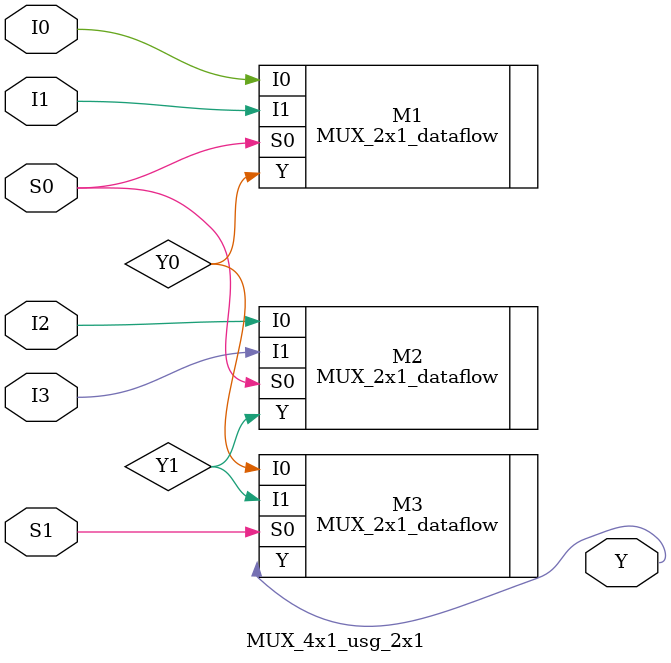
<source format=v>
/********************************************************************************************
Filename    :      MUX_4x1_usg_2x1.v
Description :      4:1 MUX using 2:1 MUXes
Author Name :      Sajeel Abid Parray
Language    :      Verilog HDL
Project     :      4:1 Multiplexer
Date        :      02-December-2025
*********************************************************************************************/
module MUX_4x1_usg_2x1 (

input I0, I1, I2, I3, 
input S0, S1,
output Y      );

wire Y0, Y1;


MUX_2x1_dataflow M1 ( .I0(I0), .I1(I1), .S0(S0), .Y(Y0) ); // MUX for I0 and I1
MUX_2x1_dataflow M2 ( .I0(I2), .I1(I3), .S0(S0), .Y(Y1) ); // MUX for I2 and I3

MUX_2x1_dataflow M3 ( .I0(Y0), .I1(Y1), .S0(S1), .Y(Y) );  // Final MUX

endmodule
</source>
